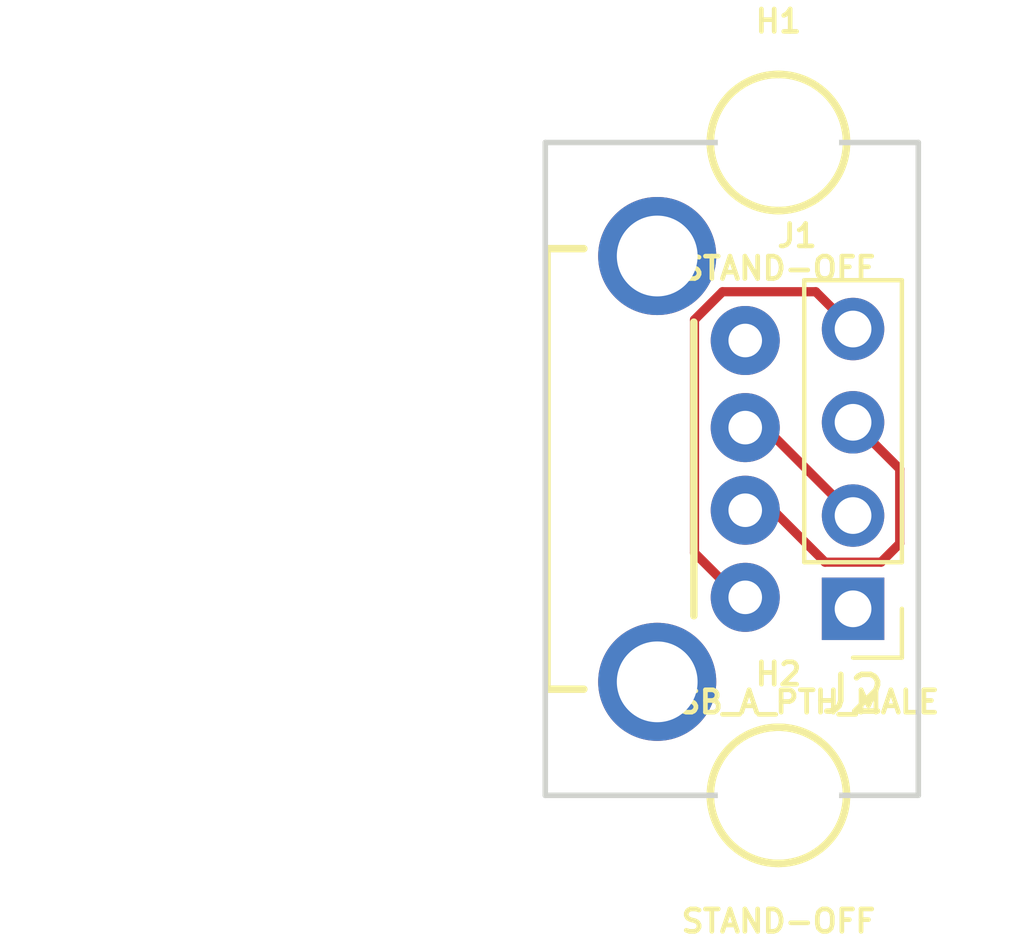
<source format=kicad_pcb>
(kicad_pcb (version 4) (host pcbnew 4.0.7)

  (general
    (links 5)
    (no_connects 2)
    (area 126.924999 109.144999 137.235001 127.075001)
    (thickness 1.6)
    (drawings 4)
    (tracks 14)
    (zones 0)
    (modules 4)
    (nets 6)
  )

  (page A4)
  (layers
    (0 F.Cu signal)
    (31 B.Cu signal)
    (32 B.Adhes user)
    (33 F.Adhes user)
    (34 B.Paste user)
    (35 F.Paste user)
    (36 B.SilkS user)
    (37 F.SilkS user)
    (38 B.Mask user)
    (39 F.Mask user)
    (40 Dwgs.User user)
    (41 Cmts.User user)
    (42 Eco1.User user)
    (43 Eco2.User user)
    (44 Edge.Cuts user)
    (45 Margin user)
    (46 B.CrtYd user)
    (47 F.CrtYd user)
    (48 B.Fab user)
    (49 F.Fab user)
  )

  (setup
    (last_trace_width 0.25)
    (trace_clearance 0.2)
    (zone_clearance 0.508)
    (zone_45_only no)
    (trace_min 0.2)
    (segment_width 0.2)
    (edge_width 0.15)
    (via_size 0.6)
    (via_drill 0.4)
    (via_min_size 0.4)
    (via_min_drill 0.3)
    (uvia_size 0.3)
    (uvia_drill 0.1)
    (uvias_allowed no)
    (uvia_min_size 0.2)
    (uvia_min_drill 0.1)
    (pcb_text_width 0.3)
    (pcb_text_size 1.5 1.5)
    (mod_edge_width 0.15)
    (mod_text_size 1 1)
    (mod_text_width 0.15)
    (pad_size 1.524 1.524)
    (pad_drill 0.762)
    (pad_to_mask_clearance 0.2)
    (aux_axis_origin 0 0)
    (visible_elements 7FFFFFFF)
    (pcbplotparams
      (layerselection 0x01000_00000001)
      (usegerberextensions true)
      (excludeedgelayer true)
      (linewidth 0.100000)
      (plotframeref false)
      (viasonmask false)
      (mode 1)
      (useauxorigin false)
      (hpglpennumber 1)
      (hpglpenspeed 20)
      (hpglpendiameter 15)
      (hpglpenoverlay 2)
      (psnegative false)
      (psa4output false)
      (plotreference false)
      (plotvalue false)
      (plotinvisibletext false)
      (padsonsilk false)
      (subtractmaskfromsilk false)
      (outputformat 1)
      (mirror false)
      (drillshape 0)
      (scaleselection 1)
      (outputdirectory ""))
  )

  (net 0 "")
  (net 1 "Net-(J1-PadSHLD)")
  (net 2 /D+)
  (net 3 /D-)
  (net 4 /GND)
  (net 5 /VBUS)

  (net_class Default "This is the default net class."
    (clearance 0.2)
    (trace_width 0.25)
    (via_dia 0.6)
    (via_drill 0.4)
    (uvia_dia 0.3)
    (uvia_drill 0.1)
    (add_net /D+)
    (add_net /D-)
    (add_net /GND)
    (add_net /VBUS)
    (add_net "Net-(J1-PadSHLD)")
  )

  (module Pin_Headers:Pin_Header_Straight_1x04_Pitch2.54mm (layer F.Cu) (tedit 59650532) (tstamp 5A95D6F0)
    (at 135.382 121.92 180)
    (descr "Through hole straight pin header, 1x04, 2.54mm pitch, single row")
    (tags "Through hole pin header THT 1x04 2.54mm single row")
    (path /5A95D5B3)
    (fp_text reference J2 (at 0 -2.33 180) (layer F.SilkS)
      (effects (font (size 1 1) (thickness 0.15)))
    )
    (fp_text value Conn_01x04 (at 0 9.95 180) (layer F.Fab)
      (effects (font (size 1 1) (thickness 0.15)))
    )
    (fp_line (start -0.635 -1.27) (end 1.27 -1.27) (layer F.Fab) (width 0.1))
    (fp_line (start 1.27 -1.27) (end 1.27 8.89) (layer F.Fab) (width 0.1))
    (fp_line (start 1.27 8.89) (end -1.27 8.89) (layer F.Fab) (width 0.1))
    (fp_line (start -1.27 8.89) (end -1.27 -0.635) (layer F.Fab) (width 0.1))
    (fp_line (start -1.27 -0.635) (end -0.635 -1.27) (layer F.Fab) (width 0.1))
    (fp_line (start -1.33 8.95) (end 1.33 8.95) (layer F.SilkS) (width 0.12))
    (fp_line (start -1.33 1.27) (end -1.33 8.95) (layer F.SilkS) (width 0.12))
    (fp_line (start 1.33 1.27) (end 1.33 8.95) (layer F.SilkS) (width 0.12))
    (fp_line (start -1.33 1.27) (end 1.33 1.27) (layer F.SilkS) (width 0.12))
    (fp_line (start -1.33 0) (end -1.33 -1.33) (layer F.SilkS) (width 0.12))
    (fp_line (start -1.33 -1.33) (end 0 -1.33) (layer F.SilkS) (width 0.12))
    (fp_line (start -1.8 -1.8) (end -1.8 9.4) (layer F.CrtYd) (width 0.05))
    (fp_line (start -1.8 9.4) (end 1.8 9.4) (layer F.CrtYd) (width 0.05))
    (fp_line (start 1.8 9.4) (end 1.8 -1.8) (layer F.CrtYd) (width 0.05))
    (fp_line (start 1.8 -1.8) (end -1.8 -1.8) (layer F.CrtYd) (width 0.05))
    (fp_text user %R (at 0 3.81 270) (layer F.Fab)
      (effects (font (size 1 1) (thickness 0.15)))
    )
    (pad 1 thru_hole rect (at 0 0 180) (size 1.7 1.7) (drill 1) (layers *.Cu *.Mask)
      (net 4 /GND))
    (pad 2 thru_hole oval (at 0 2.54 180) (size 1.7 1.7) (drill 1) (layers *.Cu *.Mask)
      (net 2 /D+))
    (pad 3 thru_hole oval (at 0 5.08 180) (size 1.7 1.7) (drill 1) (layers *.Cu *.Mask)
      (net 3 /D-))
    (pad 4 thru_hole oval (at 0 7.62 180) (size 1.7 1.7) (drill 1) (layers *.Cu *.Mask)
      (net 5 /VBUS))
    (model ${KISYS3DMOD}/Pin_Headers.3dshapes/Pin_Header_Straight_1x04_Pitch2.54mm.wrl
      (at (xyz 0 0 0))
      (scale (xyz 1 1 1))
      (rotate (xyz 0 0 0))
    )
  )

  (module Connectors:USB-A-H (layer F.Cu) (tedit 200000) (tstamp 5A95D69C)
    (at 130.048 118.11)
    (descr "USB TYPE 'A' MALE CONNECTOR - PTH")
    (tags "USB TYPE 'A' MALE CONNECTOR - PTH")
    (path /5A95D754)
    (attr virtual)
    (fp_text reference J1 (at 3.81 -6.35) (layer F.SilkS)
      (effects (font (size 0.6096 0.6096) (thickness 0.127)))
    )
    (fp_text value USB_A_PTH_MALE (at 3.81 6.35) (layer F.SilkS)
      (effects (font (size 0.6096 0.6096) (thickness 0.127)))
    )
    (fp_line (start -17.79778 -5.99948) (end -17.79778 5.99948) (layer Dwgs.User) (width 0.2032))
    (fp_line (start -2.99974 -5.99948) (end -2.99974 5.99948) (layer F.SilkS) (width 0.2032))
    (fp_line (start -2.99974 -5.99948) (end -17.79778 -5.99948) (layer Dwgs.User) (width 0.2032))
    (fp_line (start -2.99974 5.99948) (end -17.79778 5.99948) (layer Dwgs.User) (width 0.2032))
    (fp_line (start -2.99974 -5.99948) (end -1.99898 -5.99948) (layer F.SilkS) (width 0.2032))
    (fp_line (start -2.99974 5.99948) (end -1.99898 5.99948) (layer F.SilkS) (width 0.2032))
    (fp_line (start 0.99822 3.99796) (end 0.99822 -3.99796) (layer F.SilkS) (width 0.2032))
    (fp_line (start -13.49756 -4.29768) (end -13.49756 -1.89992) (layer Dwgs.User) (width 0.2032))
    (fp_line (start -13.49756 -1.89992) (end -11.19886 -1.89992) (layer Dwgs.User) (width 0.2032))
    (fp_line (start -11.19886 -1.89992) (end -11.19886 -4.29768) (layer Dwgs.User) (width 0.2032))
    (fp_line (start -11.19886 -4.29768) (end -13.49756 -4.29768) (layer Dwgs.User) (width 0.2032))
    (fp_line (start -13.49756 1.89992) (end -13.49756 4.29768) (layer Dwgs.User) (width 0.2032))
    (fp_line (start -13.49756 4.29768) (end -11.19886 4.29768) (layer Dwgs.User) (width 0.2032))
    (fp_line (start -11.19886 4.29768) (end -11.19886 1.89992) (layer Dwgs.User) (width 0.2032))
    (fp_line (start -11.19886 1.89992) (end -13.49756 1.89992) (layer Dwgs.User) (width 0.2032))
    (fp_text user "PCB Edge" (at -4.5339 -0.67818 90) (layer Dwgs.User)
      (effects (font (size 1.27 1.27) (thickness 0.1016)))
    )
    (pad D+ thru_hole circle (at 2.39776 -1.12522) (size 1.8796 1.8796) (drill 0.9144) (layers *.Cu *.Mask)
      (net 2 /D+) (solder_mask_margin 0.1016))
    (pad D- thru_hole circle (at 2.39776 1.12522) (size 1.8796 1.8796) (drill 0.9144) (layers *.Cu *.Mask)
      (net 3 /D-) (solder_mask_margin 0.1016))
    (pad GND thru_hole circle (at 2.39776 -3.49758) (size 1.8796 1.8796) (drill 0.9144) (layers *.Cu *.Mask)
      (net 4 /GND) (solder_mask_margin 0.1016))
    (pad SHLD thru_hole circle (at 0 5.79882) (size 3.21564 3.21564) (drill 2.19964) (layers *.Cu *.Mask)
      (net 1 "Net-(J1-PadSHLD)") (solder_mask_margin 0.1016))
    (pad SHLD thru_hole circle (at 0 -5.79882) (size 3.21564 3.21564) (drill 2.19964) (layers *.Cu *.Mask)
      (net 1 "Net-(J1-PadSHLD)") (solder_mask_margin 0.1016))
    (pad VBUS thru_hole circle (at 2.39776 3.49758) (size 1.8796 1.8796) (drill 0.9144) (layers *.Cu *.Mask)
      (net 5 /VBUS) (solder_mask_margin 0.1016))
    (pad "" np_thru_hole circle (at -0.09906 -2.2479) (size 1.09982 1.09982) (drill 1.09982) (layers *.Cu *.Mask)
      (solder_mask_margin 0.1016))
    (pad "" np_thru_hole circle (at -0.09906 2.2479) (size 1.09982 1.09982) (drill 1.09982) (layers *.Cu *.Mask)
      (solder_mask_margin 0.1016))
  )

  (module Hardware:STAND-OFF (layer F.Cu) (tedit 200000) (tstamp 5A95DB30)
    (at 133.35 109.22)
    (descr "STANDOFF (#4 SCREW)")
    (tags "STANDOFF (#4 SCREW)")
    (path /5A95DAD3)
    (attr virtual)
    (fp_text reference H1 (at 0 -3.302) (layer F.SilkS)
      (effects (font (size 0.6096 0.6096) (thickness 0.127)))
    )
    (fp_text value STAND-OFF (at 0 3.429) (layer F.SilkS)
      (effects (font (size 0.6096 0.6096) (thickness 0.127)))
    )
    (fp_circle (center 0 0) (end 0 -2.794) (layer F.CrtYd) (width 0.127))
    (fp_arc (start 0 0) (end 0 -1.8542) (angle 180) (layer F.SilkS) (width 0.2032))
    (fp_arc (start 0 0) (end 0 1.8542) (angle 180) (layer F.SilkS) (width 0.2032))
    (fp_arc (start 0 0) (end 0 -1.8542) (angle 180) (layer F.SilkS) (width 0.2032))
    (fp_arc (start 0 0) (end 0 1.8542) (angle 180) (layer F.SilkS) (width 0.2032))
    (pad "" np_thru_hole circle (at 0 0) (size 3.302 3.302) (drill 3.302) (layers *.Cu *.Mask)
      (solder_mask_margin 0.1016))
  )

  (module Hardware:STAND-OFF (layer F.Cu) (tedit 200000) (tstamp 5A95DB35)
    (at 133.35 127)
    (descr "STANDOFF (#4 SCREW)")
    (tags "STANDOFF (#4 SCREW)")
    (path /5A95DAA1)
    (attr virtual)
    (fp_text reference H2 (at 0 -3.302) (layer F.SilkS)
      (effects (font (size 0.6096 0.6096) (thickness 0.127)))
    )
    (fp_text value STAND-OFF (at 0 3.429) (layer F.SilkS)
      (effects (font (size 0.6096 0.6096) (thickness 0.127)))
    )
    (fp_circle (center 0 0) (end 0 -2.794) (layer F.CrtYd) (width 0.127))
    (fp_arc (start 0 0) (end 0 -1.8542) (angle 180) (layer F.SilkS) (width 0.2032))
    (fp_arc (start 0 0) (end 0 1.8542) (angle 180) (layer F.SilkS) (width 0.2032))
    (fp_arc (start 0 0) (end 0 -1.8542) (angle 180) (layer F.SilkS) (width 0.2032))
    (fp_arc (start 0 0) (end 0 1.8542) (angle 180) (layer F.SilkS) (width 0.2032))
    (pad "" np_thru_hole circle (at 0 0) (size 3.302 3.302) (drill 3.302) (layers *.Cu *.Mask)
      (solder_mask_margin 0.1016))
  )

  (gr_line (start 137.16 127) (end 127 127) (angle 90) (layer Edge.Cuts) (width 0.15))
  (gr_line (start 137.16 109.22) (end 137.16 127) (angle 90) (layer Edge.Cuts) (width 0.15))
  (gr_line (start 127 109.22) (end 137.16 109.22) (angle 90) (layer Edge.Cuts) (width 0.15))
  (gr_line (start 127 127) (end 127 109.22) (angle 90) (layer Edge.Cuts) (width 0.15))

  (segment (start 132.44576 116.98478) (end 132.98678 116.98478) (width 0.25) (layer F.Cu) (net 2) (status C00000))
  (segment (start 132.98678 116.98478) (end 135.382 119.38) (width 0.25) (layer F.Cu) (net 2) (tstamp 5A973CE7) (status C00000))
  (segment (start 132.44576 119.23522) (end 133.20522 119.23522) (width 0.25) (layer F.Cu) (net 3) (status C00000))
  (segment (start 133.20522 119.23522) (end 134.62 120.65) (width 0.25) (layer F.Cu) (net 3) (tstamp 5A973CEB) (status 400000))
  (segment (start 134.62 120.65) (end 136.144 120.65) (width 0.25) (layer F.Cu) (net 3) (tstamp 5A973CF1))
  (segment (start 136.144 120.65) (end 136.652 120.142) (width 0.25) (layer F.Cu) (net 3) (tstamp 5A973CF6))
  (segment (start 136.652 120.142) (end 136.652 118.11) (width 0.25) (layer F.Cu) (net 3) (tstamp 5A973CF7))
  (segment (start 136.652 118.11) (end 135.382 116.84) (width 0.25) (layer F.Cu) (net 3) (tstamp 5A973CFA) (status 800000))
  (segment (start 132.44576 121.60758) (end 132.27558 121.60758) (width 0.25) (layer F.Cu) (net 5) (status C00000))
  (segment (start 132.27558 121.60758) (end 131.064 120.396) (width 0.25) (layer F.Cu) (net 5) (tstamp 5A973D07) (status 400000))
  (segment (start 131.064 120.396) (end 131.064 114.046) (width 0.25) (layer F.Cu) (net 5) (tstamp 5A973D0D))
  (segment (start 131.064 114.046) (end 131.826 113.284) (width 0.25) (layer F.Cu) (net 5) (tstamp 5A973D14))
  (segment (start 131.826 113.284) (end 134.366 113.284) (width 0.25) (layer F.Cu) (net 5) (tstamp 5A973D1A))
  (segment (start 134.366 113.284) (end 135.382 114.3) (width 0.25) (layer F.Cu) (net 5) (tstamp 5A973D1E) (status 800000))

)

</source>
